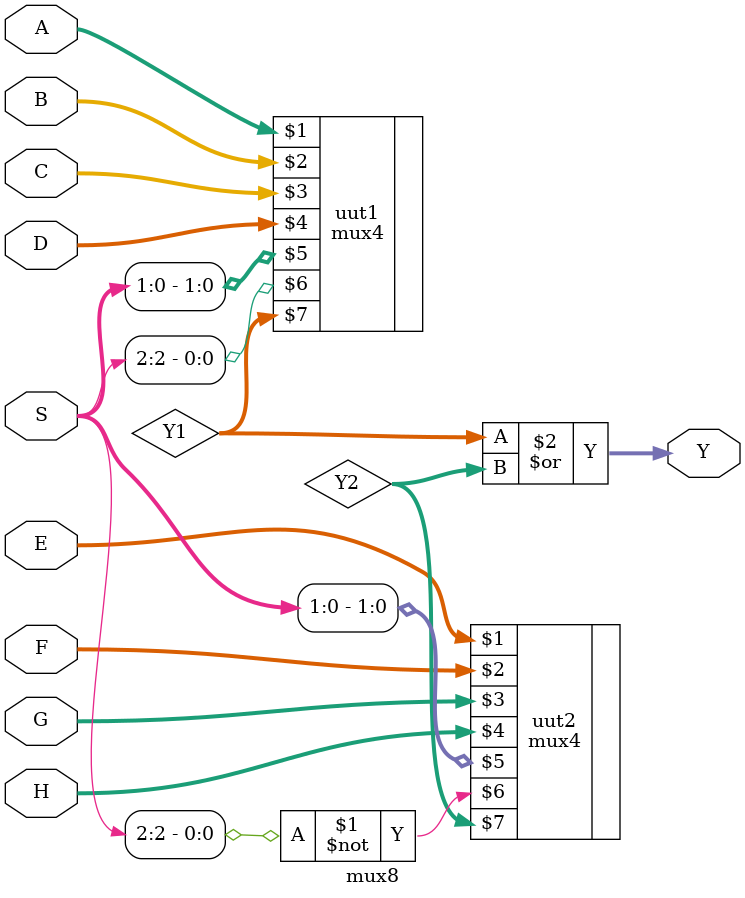
<source format=v>
`timescale 1ns / 1ps

module mux8 (
    A,
    B,
    C,
    D,
    E,
    F,
    G,
    H,
    S,
    Y
);
  input [3:0] A, B, C, D, E, F, G, H;
  input [2:0] S;
  output [3:0] Y;
  wire [3:0] Y1, Y2;
  mux4 uut1 (
      A,
      B,
      C,
      D,
      S[1:0],
      S[2],
      Y1
  );
  mux4 uut2 (
      E,
      F,
      G,
      H,
      S[1:0],
      ~S[2],
      Y2
  );
  assign Y = {Y1 | Y2};
endmodule

</source>
